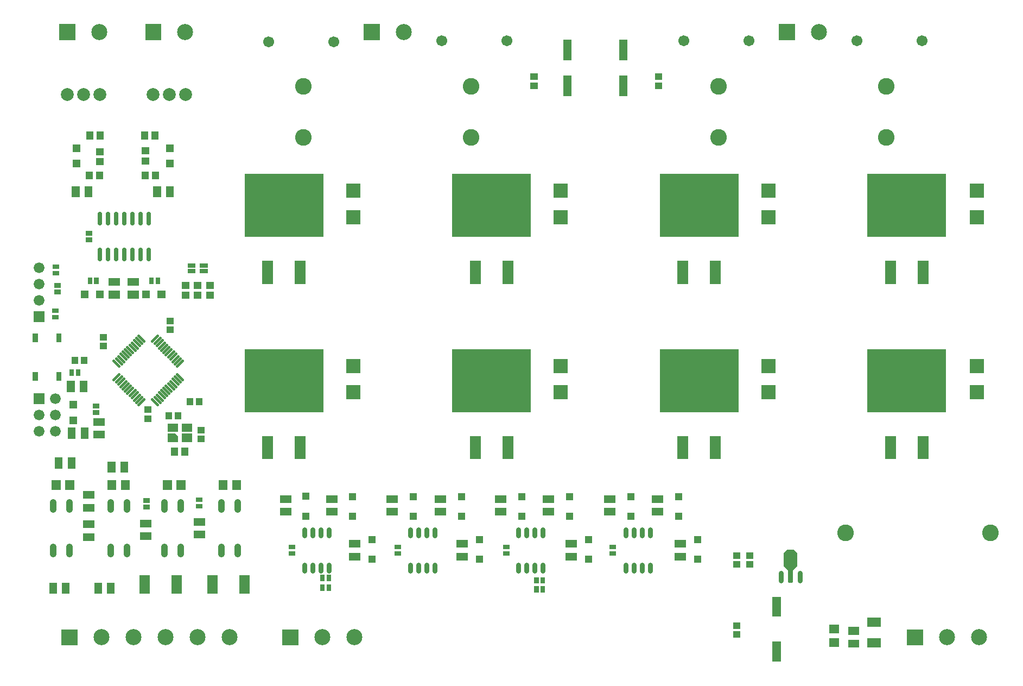
<source format=gts>
G04 Layer: TopSolderMaskLayer*
G04 EasyEDA v6.4.25, 2022-01-11T20:07:54+10:00*
G04 7104220f9c2d43f39f118c43d8da538e,d80d0e5f2d5a449f809f9e2067d82b7d,10*
G04 Gerber Generator version 0.2*
G04 Scale: 100 percent, Rotated: No, Reflected: No *
G04 Dimensions in millimeters *
G04 leading zeros omitted , absolute positions ,4 integer and 5 decimal *
%FSLAX45Y45*%
%MOMM*%

%ADD57C,1.0016*%
%ADD58C,0.8032*%
%ADD59C,0.4000*%
%ADD60C,0.6756*%
%ADD61C,0.8016*%
%ADD63C,1.7016*%
%ADD64C,1.6764*%
%ADD75C,2.5016*%
%ADD82C,2.6016*%
%ADD90C,2.0016*%

%LPD*%
D57*
X884402Y-7862686D02*
G01*
X884402Y-7972689D01*
X630402Y-7862686D02*
G01*
X630402Y-7972689D01*
X630402Y-8562687D02*
G01*
X630402Y-8672687D01*
X884402Y-8562687D02*
G01*
X884402Y-8672687D01*
D58*
X8267700Y-8382612D02*
G01*
X8267700Y-8290610D01*
X8140700Y-8382612D02*
G01*
X8140700Y-8290610D01*
X8013700Y-8382612D02*
G01*
X8013700Y-8290610D01*
X7886700Y-8382612D02*
G01*
X7886700Y-8290610D01*
X8267700Y-8930589D02*
G01*
X8267700Y-8838590D01*
X8140700Y-8930589D02*
G01*
X8140700Y-8838590D01*
X8013700Y-8930589D02*
G01*
X8013700Y-8838590D01*
X7886700Y-8930589D02*
G01*
X7886700Y-8838590D01*
D59*
X2171844Y-6256444D02*
G01*
X2256696Y-6341295D01*
X2207201Y-6221087D02*
G01*
X2292052Y-6305938D01*
X2242532Y-6185730D02*
G01*
X2327384Y-6270581D01*
X2277915Y-6150373D02*
G01*
X2362766Y-6235225D01*
X2313246Y-6115016D02*
G01*
X2398097Y-6199868D01*
X2348628Y-6079660D02*
G01*
X2433480Y-6164511D01*
X2383960Y-6044328D02*
G01*
X2468811Y-6129180D01*
X2419316Y-6008946D02*
G01*
X2504168Y-6093797D01*
X2454673Y-5973615D02*
G01*
X2539525Y-6058466D01*
X2490030Y-5938232D02*
G01*
X2574881Y-6023084D01*
X2525387Y-5902901D02*
G01*
X2610238Y-5987752D01*
X2560744Y-5867544D02*
G01*
X2645595Y-5952396D01*
X2560744Y-5740280D02*
G01*
X2645595Y-5655429D01*
X2525387Y-5704898D02*
G01*
X2610238Y-5620047D01*
X2490030Y-5669567D02*
G01*
X2574881Y-5584715D01*
X2454673Y-5634184D02*
G01*
X2539525Y-5549333D01*
X2419316Y-5598853D02*
G01*
X2504168Y-5514002D01*
X2383960Y-5563496D02*
G01*
X2468811Y-5478645D01*
X2348628Y-5528139D02*
G01*
X2433480Y-5443288D01*
X2313246Y-5492783D02*
G01*
X2398097Y-5407931D01*
X2277915Y-5457426D02*
G01*
X2362766Y-5372574D01*
X2242532Y-5422069D02*
G01*
X2327384Y-5337218D01*
X2207201Y-5386712D02*
G01*
X2292052Y-5301861D01*
X2171844Y-5351355D02*
G01*
X2256696Y-5266504D01*
X1959729Y-5266504D02*
G01*
X2044580Y-5351355D01*
X1924347Y-5301861D02*
G01*
X2009198Y-5386712D01*
X1889015Y-5337218D02*
G01*
X1973867Y-5422069D01*
X1853633Y-5372574D02*
G01*
X1938484Y-5457426D01*
X1818302Y-5407931D02*
G01*
X1903153Y-5492783D01*
X1782945Y-5443288D02*
G01*
X1867796Y-5528139D01*
X1747588Y-5478645D02*
G01*
X1832439Y-5563496D01*
X1712231Y-5514002D02*
G01*
X1797083Y-5598853D01*
X1676874Y-5549333D02*
G01*
X1761726Y-5634184D01*
X1641518Y-5584715D02*
G01*
X1726369Y-5669567D01*
X1606161Y-5620047D02*
G01*
X1691012Y-5704898D01*
X1570804Y-5655429D02*
G01*
X1655655Y-5740280D01*
X1570804Y-5952396D02*
G01*
X1655655Y-5867544D01*
X1606161Y-5987752D02*
G01*
X1691012Y-5902901D01*
X1641518Y-6023084D02*
G01*
X1726369Y-5938232D01*
X1676874Y-6058466D02*
G01*
X1761726Y-5973615D01*
X1712231Y-6093797D02*
G01*
X1797083Y-6008946D01*
X1747588Y-6129180D02*
G01*
X1832439Y-6044328D01*
X1782945Y-6164511D02*
G01*
X1867796Y-6079660D01*
X1818302Y-6199868D02*
G01*
X1903153Y-6115016D01*
X1853633Y-6235225D02*
G01*
X1938484Y-6150373D01*
X1889015Y-6270581D02*
G01*
X1973867Y-6185730D01*
X1924347Y-6305938D02*
G01*
X2009198Y-6221087D01*
X1959729Y-6341295D02*
G01*
X2044580Y-6256444D01*
D58*
X4927600Y-8382612D02*
G01*
X4927600Y-8290610D01*
X4800600Y-8382612D02*
G01*
X4800600Y-8290610D01*
X4673600Y-8382612D02*
G01*
X4673600Y-8290610D01*
X4546600Y-8382612D02*
G01*
X4546600Y-8290610D01*
X4927600Y-8930589D02*
G01*
X4927600Y-8838590D01*
X4800600Y-8930589D02*
G01*
X4800600Y-8838590D01*
X4673600Y-8930589D02*
G01*
X4673600Y-8838590D01*
X4546600Y-8930589D02*
G01*
X4546600Y-8838590D01*
X6578600Y-8382612D02*
G01*
X6578600Y-8290610D01*
X6451600Y-8382612D02*
G01*
X6451600Y-8290610D01*
X6324600Y-8382612D02*
G01*
X6324600Y-8290610D01*
X6197600Y-8382612D02*
G01*
X6197600Y-8290610D01*
X6578600Y-8930589D02*
G01*
X6578600Y-8838590D01*
X6451600Y-8930589D02*
G01*
X6451600Y-8838590D01*
X6324600Y-8930589D02*
G01*
X6324600Y-8838590D01*
X6197600Y-8930589D02*
G01*
X6197600Y-8838590D01*
X9944100Y-8382612D02*
G01*
X9944100Y-8290610D01*
X9817100Y-8382612D02*
G01*
X9817100Y-8290610D01*
X9690100Y-8382612D02*
G01*
X9690100Y-8290610D01*
X9563100Y-8382612D02*
G01*
X9563100Y-8290610D01*
X9944100Y-8930589D02*
G01*
X9944100Y-8838590D01*
X9817100Y-8930589D02*
G01*
X9817100Y-8838590D01*
X9690100Y-8930589D02*
G01*
X9690100Y-8838590D01*
X9563100Y-8930589D02*
G01*
X9563100Y-8838590D01*
D60*
X1351889Y-3924810D02*
G01*
X1351889Y-4071211D01*
X1478889Y-3924810D02*
G01*
X1478889Y-4071211D01*
X1605889Y-3924810D02*
G01*
X1605889Y-4071211D01*
X1732889Y-3924810D02*
G01*
X1732889Y-4071211D01*
X1859889Y-3924810D02*
G01*
X1859889Y-4071211D01*
X1986889Y-3924810D02*
G01*
X1986889Y-4071211D01*
X2113889Y-3924810D02*
G01*
X2113889Y-4071211D01*
X1351889Y-3370988D02*
G01*
X1351889Y-3517389D01*
X1478889Y-3370988D02*
G01*
X1478889Y-3517389D01*
X1605889Y-3370988D02*
G01*
X1605889Y-3517389D01*
X1732889Y-3370988D02*
G01*
X1732889Y-3517389D01*
X1859889Y-3370988D02*
G01*
X1859889Y-3517389D01*
X1986889Y-3370988D02*
G01*
X1986889Y-3517389D01*
X2113889Y-3370988D02*
G01*
X2113889Y-3517389D01*
D57*
X3255086Y-8672713D02*
G01*
X3255086Y-8562713D01*
X3509086Y-8672713D02*
G01*
X3509086Y-8562713D01*
X3509086Y-7972714D02*
G01*
X3509086Y-7862714D01*
X3255086Y-7972714D02*
G01*
X3255086Y-7862714D01*
X2362200Y-8672713D02*
G01*
X2362200Y-8562713D01*
X2616200Y-8672713D02*
G01*
X2616200Y-8562713D01*
X2616200Y-7972714D02*
G01*
X2616200Y-7862714D01*
X2362200Y-7972714D02*
G01*
X2362200Y-7862714D01*
X1777314Y-7862714D02*
G01*
X1777314Y-7972714D01*
X1523314Y-7862714D02*
G01*
X1523314Y-7972714D01*
X1523314Y-8562713D02*
G01*
X1523314Y-8672713D01*
X1777314Y-8562713D02*
G01*
X1777314Y-8672713D01*
D61*
X12278613Y-9082816D02*
G01*
X12278613Y-8962816D01*
X11978386Y-9082816D02*
G01*
X11978386Y-8962816D01*
G36*
X930402Y-2403855D02*
G01*
X930402Y-2283713D01*
X1050797Y-2283713D01*
X1050797Y-2403855D01*
G37*
G36*
X930402Y-2643886D02*
G01*
X930402Y-2523744D01*
X1050797Y-2523744D01*
X1050797Y-2643886D01*
G37*
D63*
G01*
X3987800Y-683412D03*
G01*
X5003800Y-683412D03*
G01*
X7708900Y-673404D03*
G01*
X6692900Y-673404D03*
G01*
X10464800Y-673404D03*
G01*
X11480800Y-673404D03*
G01*
X14185900Y-673404D03*
G01*
X13169900Y-673404D03*
D64*
G01*
X660400Y-6758508D03*
G01*
X406400Y-6758508D03*
G01*
X660400Y-6504508D03*
G01*
X406400Y-6504508D03*
G01*
X660400Y-6250508D03*
G36*
X322579Y-6334252D02*
G01*
X322579Y-6166612D01*
X490220Y-6166612D01*
X490220Y-6334252D01*
G37*
G36*
X5198363Y-6259576D02*
G01*
X5198363Y-6039104D01*
X5418836Y-6039104D01*
X5418836Y-6259576D01*
G37*
G36*
X5198363Y-5848095D02*
G01*
X5198363Y-5627623D01*
X5418836Y-5627623D01*
X5418836Y-5848095D01*
G37*
G36*
X3614165Y-3729481D02*
G01*
X3614165Y-2744470D01*
X4844034Y-2744470D01*
X4844034Y-3729481D01*
G37*
G36*
X4398009Y-4461510D02*
G01*
X4398009Y-4101337D01*
X4568190Y-4101337D01*
X4568190Y-4461510D01*
G37*
G36*
X3890009Y-4461510D02*
G01*
X3890009Y-4101337D01*
X4060190Y-4101337D01*
X4060190Y-4461510D01*
G37*
G36*
X10091165Y-6459981D02*
G01*
X10091165Y-5474970D01*
X11321034Y-5474970D01*
X11321034Y-6459981D01*
G37*
G36*
X10875009Y-7192010D02*
G01*
X10875009Y-6831837D01*
X11045190Y-6831837D01*
X11045190Y-7192010D01*
G37*
G36*
X10367009Y-7192010D02*
G01*
X10367009Y-6831837D01*
X10537190Y-6831837D01*
X10537190Y-7192010D01*
G37*
G36*
X815594Y-7669784D02*
G01*
X815594Y-7519670D01*
X955802Y-7519670D01*
X955802Y-7669784D01*
G37*
G36*
X605536Y-7669784D02*
G01*
X605536Y-7519670D01*
X745744Y-7519670D01*
X745744Y-7669784D01*
G37*
G36*
X1683257Y-7669784D02*
G01*
X1683257Y-7519670D01*
X1823465Y-7519670D01*
X1823465Y-7669784D01*
G37*
G36*
X1473200Y-7669784D02*
G01*
X1473200Y-7519670D01*
X1613407Y-7519670D01*
X1613407Y-7669784D01*
G37*
G36*
X2550668Y-7669784D02*
G01*
X2550668Y-7519670D01*
X2690875Y-7519670D01*
X2690875Y-7669784D01*
G37*
G36*
X2340609Y-7669784D02*
G01*
X2340609Y-7519670D01*
X2480818Y-7519670D01*
X2480818Y-7669784D01*
G37*
G36*
X3418331Y-7669784D02*
G01*
X3418331Y-7519670D01*
X3558540Y-7519670D01*
X3558540Y-7669784D01*
G37*
G36*
X3208274Y-7669784D02*
G01*
X3208274Y-7519670D01*
X3348481Y-7519670D01*
X3348481Y-7669784D01*
G37*
G36*
X2633218Y-6769354D02*
G01*
X2633218Y-6633971D01*
X2793745Y-6633971D01*
X2793745Y-6769354D01*
G37*
G36*
X2413254Y-6929373D02*
G01*
X2413254Y-6793992D01*
X2531618Y-6793992D01*
X2573527Y-6837934D01*
X2573527Y-6929373D01*
G37*
G36*
X2413254Y-6769354D02*
G01*
X2413254Y-6633971D01*
X2573527Y-6633971D01*
X2573527Y-6769354D01*
G37*
G36*
X2633218Y-6929373D02*
G01*
X2633218Y-6793992D01*
X2793745Y-6793992D01*
X2793745Y-6929373D01*
G37*
G36*
X1307592Y-2206497D02*
G01*
X1307592Y-2086102D01*
X1417828Y-2086102D01*
X1417828Y-2206497D01*
G37*
G36*
X1147571Y-2206497D02*
G01*
X1147571Y-2086102D01*
X1257807Y-2086102D01*
X1257807Y-2206497D01*
G37*
G36*
X5545581Y-8807958D02*
G01*
X5545581Y-8697721D01*
X5655818Y-8697721D01*
X5655818Y-8807958D01*
G37*
G36*
X5545581Y-8498078D02*
G01*
X5545581Y-8387842D01*
X5655818Y-8387842D01*
X5655818Y-8498078D01*
G37*
G36*
X9584181Y-7830312D02*
G01*
X9584181Y-7720076D01*
X9694418Y-7720076D01*
X9694418Y-7830312D01*
G37*
G36*
X9584181Y-8140445D02*
G01*
X9584181Y-8030210D01*
X9694418Y-8030210D01*
X9694418Y-8140445D01*
G37*
G36*
X1043178Y-6147562D02*
G01*
X1043178Y-5972302D01*
X1163573Y-5972302D01*
X1163573Y-6147562D01*
G37*
G36*
X843026Y-6147562D02*
G01*
X843026Y-5972302D01*
X963421Y-5972302D01*
X963421Y-6147562D01*
G37*
G36*
X322579Y-5051552D02*
G01*
X322579Y-4883912D01*
X490220Y-4883912D01*
X490220Y-5051552D01*
G37*
G01*
X406400Y-4713808D03*
G01*
X406400Y-4459808D03*
G01*
X406400Y-4205808D03*
G36*
X5473191Y-658368D02*
G01*
X5473191Y-408431D01*
X5723381Y-408431D01*
X5723381Y-658368D01*
G37*
D75*
G01*
X6098362Y-533425D03*
G36*
X11950191Y-658368D02*
G01*
X11950191Y-408431D01*
X12200381Y-408431D01*
X12200381Y-658368D01*
G37*
G01*
X12575362Y-533425D03*
G36*
X725170Y-658368D02*
G01*
X725170Y-408431D01*
X975360Y-408431D01*
X975360Y-658368D01*
G37*
G01*
X1350263Y-533425D03*
G36*
X2063241Y-658368D02*
G01*
X2063241Y-408431D01*
X2313431Y-408431D01*
X2313431Y-658368D01*
G37*
G01*
X2688386Y-533425D03*
G36*
X9462770Y-1530857D02*
G01*
X9462770Y-1210563D01*
X9583165Y-1210563D01*
X9583165Y-1530857D01*
G37*
G36*
X9462770Y-970787D02*
G01*
X9462770Y-650494D01*
X9583165Y-650494D01*
X9583165Y-970787D01*
G37*
G36*
X8074152Y-1419605D02*
G01*
X8074152Y-1319276D01*
X8184388Y-1319276D01*
X8184388Y-1419605D01*
G37*
G36*
X8074152Y-1279652D02*
G01*
X8074152Y-1179321D01*
X8184388Y-1179321D01*
X8184388Y-1279652D01*
G37*
G36*
X617473Y-4326889D02*
G01*
X617473Y-4256531D01*
X717804Y-4256531D01*
X717804Y-4326889D01*
G37*
G36*
X617473Y-4227068D02*
G01*
X617473Y-4156710D01*
X717804Y-4156710D01*
X717804Y-4227068D01*
G37*
G36*
X5246370Y-8570721D02*
G01*
X5246370Y-8450326D01*
X5421629Y-8450326D01*
X5421629Y-8570721D01*
G37*
G36*
X5246370Y-8770874D02*
G01*
X5246370Y-8650478D01*
X5421629Y-8650478D01*
X5421629Y-8770874D01*
G37*
G36*
X6922770Y-8570721D02*
G01*
X6922770Y-8450326D01*
X7098029Y-8450326D01*
X7098029Y-8570721D01*
G37*
G36*
X6922770Y-8770874D02*
G01*
X6922770Y-8650478D01*
X7098029Y-8650478D01*
X7098029Y-8770874D01*
G37*
G36*
X5956808Y-8595868D02*
G01*
X5956808Y-8525510D01*
X6057138Y-8525510D01*
X6057138Y-8595868D01*
G37*
G36*
X5956808Y-8695689D02*
G01*
X5956808Y-8625331D01*
X6057138Y-8625331D01*
X6057138Y-8695689D01*
G37*
G36*
X8589263Y-1530857D02*
G01*
X8589263Y-1210563D01*
X8709659Y-1210563D01*
X8709659Y-1530857D01*
G37*
G36*
X8589263Y-970787D02*
G01*
X8589263Y-650494D01*
X8709659Y-650494D01*
X8709659Y-970787D01*
G37*
G36*
X10018522Y-1419605D02*
G01*
X10018522Y-1319276D01*
X10129011Y-1319276D01*
X10129011Y-1419605D01*
G37*
G36*
X10018522Y-1279652D02*
G01*
X10018522Y-1179321D01*
X10129011Y-1179321D01*
X10129011Y-1279652D01*
G37*
G36*
X2053081Y-6609842D02*
G01*
X2053081Y-6509512D01*
X2163318Y-6509512D01*
X2163318Y-6609842D01*
G37*
G36*
X2053081Y-6469887D02*
G01*
X2053081Y-6369557D01*
X2163318Y-6369557D01*
X2163318Y-6469887D01*
G37*
G36*
X1354581Y-5339587D02*
G01*
X1354581Y-5239257D01*
X1464818Y-5239257D01*
X1464818Y-5339587D01*
G37*
G36*
X1354581Y-5479542D02*
G01*
X1354581Y-5379212D01*
X1464818Y-5379212D01*
X1464818Y-5479542D01*
G37*
G36*
X2395981Y-5225542D02*
G01*
X2395981Y-5125212D01*
X2506218Y-5125212D01*
X2506218Y-5225542D01*
G37*
G36*
X2395981Y-5085587D02*
G01*
X2395981Y-4985257D01*
X2506218Y-4985257D01*
X2506218Y-5085587D01*
G37*
G36*
X2711958Y-6354318D02*
G01*
X2711958Y-6244081D01*
X2812288Y-6244081D01*
X2812288Y-6354318D01*
G37*
G36*
X2851911Y-6354318D02*
G01*
X2851911Y-6244081D01*
X2952241Y-6244081D01*
X2952241Y-6354318D01*
G37*
G36*
X918463Y-5708650D02*
G01*
X918463Y-5598413D01*
X1018794Y-5598413D01*
X1018794Y-5708650D01*
G37*
G36*
X1058418Y-5708650D02*
G01*
X1058418Y-5598413D01*
X1158747Y-5598413D01*
X1158747Y-5708650D01*
G37*
G36*
X8624570Y-8570721D02*
G01*
X8624570Y-8450326D01*
X8799829Y-8450326D01*
X8799829Y-8570721D01*
G37*
G36*
X8624570Y-8770874D02*
G01*
X8624570Y-8650478D01*
X8799829Y-8650478D01*
X8799829Y-8770874D01*
G37*
G36*
X10326370Y-8570721D02*
G01*
X10326370Y-8450326D01*
X10501629Y-8450326D01*
X10501629Y-8570721D01*
G37*
G36*
X10326370Y-8770874D02*
G01*
X10326370Y-8650478D01*
X10501629Y-8650478D01*
X10501629Y-8770874D01*
G37*
G36*
X2521711Y-6570218D02*
G01*
X2521711Y-6459981D01*
X2622041Y-6459981D01*
X2622041Y-6570218D01*
G37*
G36*
X2381758Y-6570218D02*
G01*
X2381758Y-6459981D01*
X2482088Y-6459981D01*
X2482088Y-6570218D01*
G37*
G36*
X2878581Y-6927087D02*
G01*
X2878581Y-6827012D01*
X2988818Y-6827012D01*
X2988818Y-6927087D01*
G37*
G36*
X2878581Y-6787134D02*
G01*
X2878581Y-6686804D01*
X2988818Y-6686804D01*
X2988818Y-6787134D01*
G37*
G36*
X9309608Y-8595868D02*
G01*
X9309608Y-8525510D01*
X9409938Y-8525510D01*
X9409938Y-8595868D01*
G37*
G36*
X9309608Y-8695689D02*
G01*
X9309608Y-8625331D01*
X9409938Y-8625331D01*
X9409938Y-8695689D01*
G37*
G36*
X11235181Y-8883142D02*
G01*
X11235181Y-8782812D01*
X11345418Y-8782812D01*
X11345418Y-8883142D01*
G37*
G36*
X11235181Y-8743187D02*
G01*
X11235181Y-8642858D01*
X11345418Y-8642858D01*
X11345418Y-8743187D01*
G37*
G36*
X11440159Y-8883142D02*
G01*
X11440159Y-8782812D01*
X11550395Y-8782812D01*
X11550395Y-8883142D01*
G37*
G36*
X11440159Y-8743187D02*
G01*
X11440159Y-8642858D01*
X11550395Y-8642858D01*
X11550395Y-8743187D01*
G37*
G36*
X11843004Y-9647681D02*
G01*
X11843004Y-9337294D01*
X11983211Y-9337294D01*
X11983211Y-9647681D01*
G37*
G36*
X11841988Y-10347705D02*
G01*
X11841988Y-10037318D01*
X11982195Y-10037318D01*
X11982195Y-10347705D01*
G37*
G36*
X11235181Y-9975342D02*
G01*
X11235181Y-9875012D01*
X11345418Y-9875012D01*
X11345418Y-9975342D01*
G37*
G36*
X11235181Y-9835387D02*
G01*
X11235181Y-9735058D01*
X11345418Y-9735058D01*
X11345418Y-9835387D01*
G37*
G36*
X1137920Y-3706368D02*
G01*
X1137920Y-3636010D01*
X1238250Y-3636010D01*
X1238250Y-3706368D01*
G37*
G36*
X1137920Y-3806189D02*
G01*
X1137920Y-3735831D01*
X1238250Y-3735831D01*
X1238250Y-3806189D01*
G37*
G36*
X755142Y-10094468D02*
G01*
X755142Y-9844531D01*
X1005331Y-9844531D01*
X1005331Y-10094468D01*
G37*
G01*
X1380312Y-9969525D03*
G01*
X1880311Y-9969525D03*
G01*
X2380310Y-9969525D03*
G01*
X2880309Y-9969525D03*
G01*
X3380308Y-9969525D03*
G36*
X13945870Y-10094468D02*
G01*
X13945870Y-9844531D01*
X14196059Y-9844531D01*
X14196059Y-10094468D01*
G37*
G01*
X14570887Y-9969525D03*
G01*
X15070886Y-9969525D03*
G36*
X4200906Y-10094468D02*
G01*
X4200906Y-9844531D01*
X4451095Y-9844531D01*
X4451095Y-10094468D01*
G37*
G01*
X4826000Y-9969525D03*
G01*
X5325999Y-9969525D03*
G36*
X7221981Y-8807958D02*
G01*
X7221981Y-8697721D01*
X7332218Y-8697721D01*
X7332218Y-8807958D01*
G37*
G36*
X7221981Y-8498078D02*
G01*
X7221981Y-8387842D01*
X7332218Y-8387842D01*
X7332218Y-8498078D01*
G37*
G36*
X5198363Y-3529076D02*
G01*
X5198363Y-3308604D01*
X5418836Y-3308604D01*
X5418836Y-3529076D01*
G37*
G36*
X5198363Y-3117595D02*
G01*
X5198363Y-2897123D01*
X5418836Y-2897123D01*
X5418836Y-3117595D01*
G37*
G36*
X8436863Y-3529076D02*
G01*
X8436863Y-3308604D01*
X8657336Y-3308604D01*
X8657336Y-3529076D01*
G37*
G36*
X8436863Y-3117595D02*
G01*
X8436863Y-2897123D01*
X8657336Y-2897123D01*
X8657336Y-3117595D01*
G37*
G36*
X4516881Y-7824978D02*
G01*
X4516881Y-7714742D01*
X4627118Y-7714742D01*
X4627118Y-7824978D01*
G37*
G36*
X4516881Y-8134858D02*
G01*
X4516881Y-8024621D01*
X4627118Y-8024621D01*
X4627118Y-8134858D01*
G37*
G36*
X6193281Y-7830312D02*
G01*
X6193281Y-7720076D01*
X6303518Y-7720076D01*
X6303518Y-7830312D01*
G37*
G36*
X6193281Y-8140445D02*
G01*
X6193281Y-8030210D01*
X6303518Y-8030210D01*
X6303518Y-8140445D01*
G37*
G36*
X879602Y-6404355D02*
G01*
X879602Y-6284213D01*
X999997Y-6284213D01*
X999997Y-6404355D01*
G37*
G36*
X879602Y-6644386D02*
G01*
X879602Y-6524244D01*
X999997Y-6524244D01*
X999997Y-6644386D01*
G37*
G36*
X5245608Y-7830312D02*
G01*
X5245608Y-7720076D01*
X5355590Y-7720076D01*
X5355590Y-7830312D01*
G37*
G36*
X5245608Y-8140445D02*
G01*
X5245608Y-8030210D01*
X5355590Y-8030210D01*
X5355590Y-8140445D01*
G37*
G36*
X6942581Y-7830312D02*
G01*
X6942581Y-7720076D01*
X7052818Y-7720076D01*
X7052818Y-7830312D01*
G37*
G36*
X6942581Y-8140445D02*
G01*
X6942581Y-8030210D01*
X7052818Y-8030210D01*
X7052818Y-8140445D01*
G37*
G36*
X8436863Y-6259576D02*
G01*
X8436863Y-6039104D01*
X8657336Y-6039104D01*
X8657336Y-6259576D01*
G37*
G36*
X8436863Y-5848095D02*
G01*
X8436863Y-5627623D01*
X8657336Y-5627623D01*
X8657336Y-5848095D01*
G37*
G36*
X8923781Y-8807958D02*
G01*
X8923781Y-8697721D01*
X9034018Y-8697721D01*
X9034018Y-8807958D01*
G37*
G36*
X8923781Y-8498078D02*
G01*
X8923781Y-8387842D01*
X9034018Y-8387842D01*
X9034018Y-8498078D01*
G37*
G36*
X10625581Y-8807958D02*
G01*
X10625581Y-8697721D01*
X10735818Y-8697721D01*
X10735818Y-8807958D01*
G37*
G36*
X10625581Y-8498078D02*
G01*
X10625581Y-8387842D01*
X10735818Y-8387842D01*
X10735818Y-8498078D01*
G37*
G36*
X11675363Y-3529076D02*
G01*
X11675363Y-3308604D01*
X11895836Y-3308604D01*
X11895836Y-3529076D01*
G37*
G36*
X11675363Y-3117595D02*
G01*
X11675363Y-2897123D01*
X11895836Y-2897123D01*
X11895836Y-3117595D01*
G37*
G36*
X14926563Y-3529076D02*
G01*
X14926563Y-3308604D01*
X15147036Y-3308604D01*
X15147036Y-3529076D01*
G37*
G36*
X14926563Y-3117595D02*
G01*
X14926563Y-2897123D01*
X15147036Y-2897123D01*
X15147036Y-3117595D01*
G37*
G36*
X7882381Y-7830312D02*
G01*
X7882381Y-7720076D01*
X7992618Y-7720076D01*
X7992618Y-7830312D01*
G37*
G36*
X7882381Y-8140445D02*
G01*
X7882381Y-8030210D01*
X7992618Y-8030210D01*
X7992618Y-8140445D01*
G37*
G36*
X8631681Y-7830312D02*
G01*
X8631681Y-7720076D01*
X8741918Y-7720076D01*
X8741918Y-7830312D01*
G37*
G36*
X8631681Y-8140445D02*
G01*
X8631681Y-8030210D01*
X8741918Y-8030210D01*
X8741918Y-8140445D01*
G37*
G36*
X10333481Y-7830312D02*
G01*
X10333481Y-7720076D01*
X10443718Y-7720076D01*
X10443718Y-7830312D01*
G37*
G36*
X10333481Y-8140445D02*
G01*
X10333481Y-8030210D01*
X10443718Y-8030210D01*
X10443718Y-8140445D01*
G37*
G36*
X11675363Y-6259576D02*
G01*
X11675363Y-6039104D01*
X11895836Y-6039104D01*
X11895836Y-6259576D01*
G37*
G36*
X11675363Y-5848095D02*
G01*
X11675363Y-5627623D01*
X11895836Y-5627623D01*
X11895836Y-5848095D01*
G37*
G36*
X14926563Y-6259576D02*
G01*
X14926563Y-6039104D01*
X15147036Y-6039104D01*
X15147036Y-6259576D01*
G37*
G36*
X14926563Y-5848095D02*
G01*
X14926563Y-5627623D01*
X15147036Y-5627623D01*
X15147036Y-5848095D01*
G37*
G36*
X2390902Y-2403855D02*
G01*
X2390902Y-2283713D01*
X2511297Y-2283713D01*
X2511297Y-2403855D01*
G37*
G36*
X2390902Y-2643886D02*
G01*
X2390902Y-2523744D01*
X2511297Y-2523744D01*
X2511297Y-2643886D01*
G37*
D82*
G01*
X7150100Y-1378000D03*
G01*
X7150100Y-2177999D03*
G01*
X11010900Y-1378000D03*
G01*
X11010900Y-2177999D03*
G01*
X13627100Y-1378000D03*
G01*
X13627100Y-2177999D03*
G36*
X6852665Y-3729481D02*
G01*
X6852665Y-2744470D01*
X8082534Y-2744470D01*
X8082534Y-3729481D01*
G37*
G36*
X7636509Y-4461510D02*
G01*
X7636509Y-4101337D01*
X7806690Y-4101337D01*
X7806690Y-4461510D01*
G37*
G36*
X7128509Y-4461510D02*
G01*
X7128509Y-4101337D01*
X7298690Y-4101337D01*
X7298690Y-4461510D01*
G37*
G36*
X3614165Y-6459981D02*
G01*
X3614165Y-5474970D01*
X4844034Y-5474970D01*
X4844034Y-6459981D01*
G37*
G36*
X4398009Y-7192010D02*
G01*
X4398009Y-6831837D01*
X4568190Y-6831837D01*
X4568190Y-7192010D01*
G37*
G36*
X3890009Y-7192010D02*
G01*
X3890009Y-6831837D01*
X4060190Y-6831837D01*
X4060190Y-7192010D01*
G37*
G36*
X6852665Y-6459981D02*
G01*
X6852665Y-5474970D01*
X8082534Y-5474970D01*
X8082534Y-6459981D01*
G37*
G36*
X7636509Y-7192010D02*
G01*
X7636509Y-6831837D01*
X7806690Y-6831837D01*
X7806690Y-7192010D01*
G37*
G36*
X7128509Y-7192010D02*
G01*
X7128509Y-6831837D01*
X7298690Y-6831837D01*
X7298690Y-7192010D01*
G37*
G36*
X10091165Y-3729481D02*
G01*
X10091165Y-2744470D01*
X11321034Y-2744470D01*
X11321034Y-3729481D01*
G37*
G36*
X10875009Y-4461510D02*
G01*
X10875009Y-4101337D01*
X11045190Y-4101337D01*
X11045190Y-4461510D01*
G37*
G36*
X10367009Y-4461510D02*
G01*
X10367009Y-4101337D01*
X10537190Y-4101337D01*
X10537190Y-4461510D01*
G37*
G36*
X13329666Y-3729481D02*
G01*
X13329666Y-2744470D01*
X14559534Y-2744470D01*
X14559534Y-3729481D01*
G37*
G36*
X14113509Y-4461510D02*
G01*
X14113509Y-4101337D01*
X14283690Y-4101337D01*
X14283690Y-4461510D01*
G37*
G36*
X13605509Y-4461510D02*
G01*
X13605509Y-4101337D01*
X13775690Y-4101337D01*
X13775690Y-4461510D01*
G37*
G36*
X13329666Y-6459981D02*
G01*
X13329666Y-5474970D01*
X14559534Y-5474970D01*
X14559534Y-6459981D01*
G37*
G36*
X14113509Y-7192010D02*
G01*
X14113509Y-6831837D01*
X14283690Y-6831837D01*
X14283690Y-7192010D01*
G37*
G36*
X13605509Y-7192010D02*
G01*
X13605509Y-6831837D01*
X13775690Y-6831837D01*
X13775690Y-7192010D01*
G37*
G36*
X4166870Y-7872221D02*
G01*
X4166870Y-7751826D01*
X4342129Y-7751826D01*
X4342129Y-7872221D01*
G37*
G36*
X4166870Y-8072373D02*
G01*
X4166870Y-7951978D01*
X4342129Y-7951978D01*
X4342129Y-8072373D01*
G37*
G36*
X5830570Y-8072373D02*
G01*
X5830570Y-7951978D01*
X6005829Y-7951978D01*
X6005829Y-8072373D01*
G37*
G36*
X5830570Y-7872221D02*
G01*
X5830570Y-7751826D01*
X6005829Y-7751826D01*
X6005829Y-7872221D01*
G37*
G36*
X4791709Y-9092437D02*
G01*
X4791709Y-8992362D01*
X4862068Y-8992362D01*
X4862068Y-9092437D01*
G37*
G36*
X4891531Y-9092437D02*
G01*
X4891531Y-8992362D01*
X4961890Y-8992362D01*
X4961890Y-9092437D01*
G37*
G36*
X4791709Y-9244837D02*
G01*
X4791709Y-9144762D01*
X4862068Y-9144762D01*
X4862068Y-9244837D01*
G37*
G36*
X4891531Y-9244837D02*
G01*
X4891531Y-9144762D01*
X4961890Y-9144762D01*
X4961890Y-9244837D01*
G37*
G36*
X4890770Y-7872221D02*
G01*
X4890770Y-7751826D01*
X5066029Y-7751826D01*
X5066029Y-7872221D01*
G37*
G36*
X4890770Y-8072373D02*
G01*
X4890770Y-7951978D01*
X5066029Y-7951978D01*
X5066029Y-8072373D01*
G37*
G36*
X6579870Y-8072373D02*
G01*
X6579870Y-7951978D01*
X6755129Y-7951978D01*
X6755129Y-8072373D01*
G37*
G36*
X6579870Y-7872221D02*
G01*
X6579870Y-7751826D01*
X6755129Y-7751826D01*
X6755129Y-7872221D01*
G37*
G36*
X3013202Y-4694428D02*
G01*
X3013202Y-4584192D01*
X3133597Y-4584192D01*
X3133597Y-4694428D01*
G37*
G36*
X3013202Y-4534407D02*
G01*
X3013202Y-4424171D01*
X3133597Y-4424171D01*
X3133597Y-4534407D01*
G37*
G36*
X2822702Y-4694428D02*
G01*
X2822702Y-4584192D01*
X2943097Y-4584192D01*
X2943097Y-4694428D01*
G37*
G36*
X2822702Y-4534407D02*
G01*
X2822702Y-4424171D01*
X2943097Y-4424171D01*
X2943097Y-4534407D01*
G37*
G36*
X2632202Y-4694428D02*
G01*
X2632202Y-4584192D01*
X2752597Y-4584192D01*
X2752597Y-4694428D01*
G37*
G36*
X2632202Y-4534407D02*
G01*
X2632202Y-4424171D01*
X2752597Y-4424171D01*
X2752597Y-4534407D01*
G37*
G36*
X2628391Y-7134097D02*
G01*
X2628391Y-7013702D01*
X2738627Y-7013702D01*
X2738627Y-7134097D01*
G37*
G36*
X2468372Y-7134097D02*
G01*
X2468372Y-7013702D01*
X2578608Y-7013702D01*
X2578608Y-7134097D01*
G37*
G36*
X7519670Y-7872221D02*
G01*
X7519670Y-7751826D01*
X7694929Y-7751826D01*
X7694929Y-7872221D01*
G37*
G36*
X7519670Y-8072373D02*
G01*
X7519670Y-7951978D01*
X7694929Y-7951978D01*
X7694929Y-8072373D01*
G37*
G36*
X9221470Y-8072373D02*
G01*
X9221470Y-7951978D01*
X9396729Y-7951978D01*
X9396729Y-8072373D01*
G37*
G36*
X9221470Y-7872221D02*
G01*
X9221470Y-7751826D01*
X9396729Y-7751826D01*
X9396729Y-7872221D01*
G37*
G36*
X8131809Y-9130537D02*
G01*
X8131809Y-9030462D01*
X8202168Y-9030462D01*
X8202168Y-9130537D01*
G37*
G36*
X8231631Y-9130537D02*
G01*
X8231631Y-9030462D01*
X8301990Y-9030462D01*
X8301990Y-9130537D01*
G37*
G36*
X8131809Y-9270237D02*
G01*
X8131809Y-9170162D01*
X8202168Y-9170162D01*
X8202168Y-9270237D01*
G37*
G36*
X8231631Y-9270237D02*
G01*
X8231631Y-9170162D01*
X8301990Y-9170162D01*
X8301990Y-9270237D01*
G37*
G36*
X8268970Y-7872221D02*
G01*
X8268970Y-7751826D01*
X8444229Y-7751826D01*
X8444229Y-7872221D01*
G37*
G36*
X8268970Y-8072373D02*
G01*
X8268970Y-7951978D01*
X8444229Y-7951978D01*
X8444229Y-8072373D01*
G37*
G36*
X9970770Y-8072373D02*
G01*
X9970770Y-7951978D01*
X10146029Y-7951978D01*
X10146029Y-8072373D01*
G37*
G36*
X9970770Y-7872221D02*
G01*
X9970770Y-7751826D01*
X10146029Y-7751826D01*
X10146029Y-7872221D01*
G37*
G36*
X1119378Y-3110229D02*
G01*
X1119378Y-2934970D01*
X1239773Y-2934970D01*
X1239773Y-3110229D01*
G37*
G36*
X919226Y-3110229D02*
G01*
X919226Y-2934970D01*
X1039621Y-2934970D01*
X1039621Y-3110229D01*
G37*
G36*
X2189225Y-3110229D02*
G01*
X2189225Y-2934970D01*
X2309622Y-2934970D01*
X2309622Y-3110229D01*
G37*
G36*
X2389377Y-3110229D02*
G01*
X2389377Y-2934970D01*
X2509774Y-2934970D01*
X2509774Y-3110229D01*
G37*
G36*
X3530091Y-9291828D02*
G01*
X3530091Y-9001505D01*
X3690365Y-9001505D01*
X3690365Y-9291828D01*
G37*
G36*
X3030220Y-9291828D02*
G01*
X3030220Y-9001505D01*
X3190493Y-9001505D01*
X3190493Y-9291828D01*
G37*
G36*
X852678Y-7339329D02*
G01*
X852678Y-7164070D01*
X973073Y-7164070D01*
X973073Y-7339329D01*
G37*
G36*
X652526Y-7339329D02*
G01*
X652526Y-7164070D01*
X772921Y-7164070D01*
X772921Y-7339329D01*
G37*
G36*
X2858515Y-7959089D02*
G01*
X2858515Y-7888731D01*
X2958845Y-7888731D01*
X2958845Y-7959089D01*
G37*
G36*
X2858515Y-7859268D02*
G01*
X2858515Y-7788910D01*
X2958845Y-7788910D01*
X2958845Y-7859268D01*
G37*
G36*
X1998472Y-2206497D02*
G01*
X1998472Y-2086102D01*
X2108708Y-2086102D01*
X2108708Y-2206497D01*
G37*
G36*
X2158491Y-2206497D02*
G01*
X2158491Y-2086102D01*
X2268727Y-2086102D01*
X2268727Y-2206497D01*
G37*
G36*
X2476754Y-9291828D02*
G01*
X2476754Y-9001505D01*
X2637027Y-9001505D01*
X2637027Y-9291828D01*
G37*
G36*
X1976881Y-9291828D02*
G01*
X1976881Y-9001505D01*
X2137156Y-9001505D01*
X2137156Y-9291828D01*
G37*
G36*
X1478026Y-7402829D02*
G01*
X1478026Y-7227570D01*
X1598421Y-7227570D01*
X1598421Y-7402829D01*
G37*
G36*
X1678178Y-7402829D02*
G01*
X1678178Y-7227570D01*
X1798573Y-7227570D01*
X1798573Y-7402829D01*
G37*
G36*
X2032761Y-7971789D02*
G01*
X2032761Y-7901431D01*
X2132838Y-7901431D01*
X2132838Y-7971789D01*
G37*
G36*
X2032761Y-7871968D02*
G01*
X2032761Y-7801610D01*
X2132838Y-7801610D01*
X2132838Y-7871968D01*
G37*
G36*
X1468373Y-9292336D02*
G01*
X1468373Y-9117076D01*
X1588770Y-9117076D01*
X1588770Y-9292336D01*
G37*
G36*
X1268476Y-9292336D02*
G01*
X1268476Y-9117076D01*
X1388871Y-9117076D01*
X1388871Y-9292336D01*
G37*
G36*
X1982215Y-8453374D02*
G01*
X1982215Y-8332978D01*
X2157475Y-8332978D01*
X2157475Y-8453374D01*
G37*
G36*
X1982215Y-8253221D02*
G01*
X1982215Y-8132826D01*
X2157475Y-8132826D01*
X2157475Y-8253221D01*
G37*
G36*
X2820924Y-8427974D02*
G01*
X2820924Y-8307578D01*
X2996184Y-8307578D01*
X2996184Y-8427974D01*
G37*
G36*
X2820924Y-8227821D02*
G01*
X2820924Y-8107426D01*
X2996184Y-8107426D01*
X2996184Y-8227821D01*
G37*
G36*
X765047Y-9292336D02*
G01*
X765047Y-9117076D01*
X885444Y-9117076D01*
X885444Y-9292336D01*
G37*
G36*
X565150Y-9292336D02*
G01*
X565150Y-9117076D01*
X685545Y-9117076D01*
X685545Y-9292336D01*
G37*
G36*
X1093470Y-8008873D02*
G01*
X1093470Y-7888478D01*
X1268729Y-7888478D01*
X1268729Y-8008873D01*
G37*
G36*
X1093470Y-7808721D02*
G01*
X1093470Y-7688326D01*
X1268729Y-7688326D01*
X1268729Y-7808721D01*
G37*
G36*
X1093470Y-8265921D02*
G01*
X1093470Y-8145526D01*
X1268729Y-8145526D01*
X1268729Y-8265921D01*
G37*
G36*
X1093470Y-8466074D02*
G01*
X1093470Y-8345678D01*
X1268729Y-8345678D01*
X1268729Y-8466074D01*
G37*
G36*
X1494028Y-4688078D02*
G01*
X1494028Y-4567681D01*
X1669287Y-4567681D01*
X1669287Y-4688078D01*
G37*
G36*
X1494028Y-4487926D02*
G01*
X1494028Y-4367529D01*
X1669287Y-4367529D01*
X1669287Y-4487926D01*
G37*
G36*
X1786128Y-4688078D02*
G01*
X1786128Y-4567681D01*
X1961388Y-4567681D01*
X1961388Y-4688078D01*
G37*
G36*
X1786128Y-4487926D02*
G01*
X1786128Y-4367529D01*
X1961388Y-4367529D01*
X1961388Y-4487926D01*
G37*
G36*
X1266444Y-4463034D02*
G01*
X1266444Y-4362704D01*
X1336802Y-4362704D01*
X1336802Y-4463034D01*
G37*
G36*
X1166368Y-4463034D02*
G01*
X1166368Y-4362704D01*
X1236726Y-4362704D01*
X1236726Y-4463034D01*
G37*
G36*
X2124709Y-4463034D02*
G01*
X2124709Y-4362704D01*
X2195068Y-4362704D01*
X2195068Y-4463034D01*
G37*
G36*
X2224531Y-4463034D02*
G01*
X2224531Y-4362704D01*
X2294890Y-4362704D01*
X2294890Y-4463034D01*
G37*
G36*
X308355Y-5969000D02*
G01*
X308355Y-5830570D01*
X388620Y-5830570D01*
X388620Y-5969000D01*
G37*
G36*
X678434Y-5969000D02*
G01*
X678434Y-5830570D01*
X758444Y-5830570D01*
X758444Y-5969000D01*
G37*
G36*
X308355Y-5370829D02*
G01*
X308355Y-5232400D01*
X388620Y-5232400D01*
X388620Y-5370829D01*
G37*
G36*
X678434Y-5370829D02*
G01*
X678434Y-5232400D01*
X758444Y-5232400D01*
X758444Y-5370829D01*
G37*
G36*
X1058671Y-4682997D02*
G01*
X1058671Y-4562602D01*
X1179068Y-4562602D01*
X1179068Y-4682997D01*
G37*
G36*
X1298702Y-4682997D02*
G01*
X1298702Y-4562602D01*
X1419097Y-4562602D01*
X1419097Y-4682997D01*
G37*
G36*
X2257043Y-4682997D02*
G01*
X2257043Y-4562602D01*
X2377186Y-4562602D01*
X2377186Y-4682997D01*
G37*
G36*
X2017013Y-4682997D02*
G01*
X2017013Y-4562602D01*
X2137156Y-4562602D01*
X2137156Y-4682997D01*
G37*
G36*
X12739370Y-10119360D02*
G01*
X12739370Y-9979152D01*
X12889484Y-9979152D01*
X12889484Y-10119360D01*
G37*
G36*
X12739370Y-9909302D02*
G01*
X12739370Y-9769094D01*
X12889484Y-9769094D01*
X12889484Y-9909302D01*
G37*
G36*
X13028422Y-9928605D02*
G01*
X13028422Y-9808210D01*
X13203936Y-9808210D01*
X13203936Y-9928605D01*
G37*
G36*
X13028422Y-10128504D02*
G01*
X13028422Y-10008108D01*
X13203936Y-10008108D01*
X13203936Y-10128504D01*
G37*
G01*
X15252420Y-8343900D03*
G01*
X12992430Y-8343900D03*
G36*
X13331443Y-10123424D02*
G01*
X13331443Y-9983215D01*
X13541756Y-9983215D01*
X13541756Y-10123424D01*
G37*
G36*
X13331443Y-9803637D02*
G01*
X13331443Y-9663176D01*
X13541756Y-9663176D01*
X13541756Y-9803637D01*
G37*
G36*
X4305808Y-8595868D02*
G01*
X4305808Y-8525510D01*
X4406138Y-8525510D01*
X4406138Y-8595868D01*
G37*
G36*
X4305808Y-8695689D02*
G01*
X4305808Y-8625331D01*
X4406138Y-8625331D01*
X4406138Y-8695689D01*
G37*
G36*
X7645908Y-8595868D02*
G01*
X7645908Y-8525510D01*
X7746238Y-8525510D01*
X7746238Y-8595868D01*
G37*
G36*
X7645908Y-8695689D02*
G01*
X7645908Y-8625331D01*
X7746238Y-8625331D01*
X7746238Y-8695689D01*
G37*
G36*
X1258570Y-6670547D02*
G01*
X1258570Y-6550405D01*
X1433829Y-6550405D01*
X1433829Y-6670547D01*
G37*
G36*
X1258570Y-6870700D02*
G01*
X1258570Y-6750304D01*
X1433829Y-6750304D01*
X1433829Y-6870700D01*
G37*
G36*
X1055878Y-6871208D02*
G01*
X1055878Y-6695947D01*
X1176273Y-6695947D01*
X1176273Y-6871208D01*
G37*
G36*
X855726Y-6871208D02*
G01*
X855726Y-6695947D01*
X976121Y-6695947D01*
X976121Y-6871208D01*
G37*
G01*
X4533900Y-1378000D03*
G01*
X4533900Y-2177999D03*
G36*
X648462Y-4519168D02*
G01*
X648462Y-4448810D01*
X748537Y-4448810D01*
X748537Y-4519168D01*
G37*
G36*
X648462Y-4618989D02*
G01*
X648462Y-4548631D01*
X748537Y-4548631D01*
X748537Y-4618989D01*
G37*
G36*
X610362Y-5012689D02*
G01*
X610362Y-4942331D01*
X710437Y-4942331D01*
X710437Y-5012689D01*
G37*
G36*
X610362Y-4912868D02*
G01*
X610362Y-4842510D01*
X710437Y-4842510D01*
X710437Y-4912868D01*
G37*
G36*
X880110Y-5892037D02*
G01*
X880110Y-5791962D01*
X950468Y-5791962D01*
X950468Y-5892037D01*
G37*
G36*
X979931Y-5892037D02*
G01*
X979931Y-5791962D01*
X1050289Y-5791962D01*
X1050289Y-5892037D01*
G37*
G36*
X1245362Y-6398768D02*
G01*
X1245362Y-6328410D01*
X1345437Y-6328410D01*
X1345437Y-6398768D01*
G37*
G36*
X1245362Y-6498589D02*
G01*
X1245362Y-6428231D01*
X1345437Y-6428231D01*
X1345437Y-6498589D01*
G37*
G36*
X2917697Y-4206494D02*
G01*
X2917697Y-4136389D01*
X3038093Y-4136389D01*
X3038093Y-4206494D01*
G37*
G36*
X2917697Y-4296410D02*
G01*
X2917697Y-4226305D01*
X3038093Y-4226305D01*
X3038093Y-4296410D01*
G37*
G36*
X2727706Y-4206494D02*
G01*
X2727706Y-4136389D01*
X2848102Y-4136389D01*
X2848102Y-4206494D01*
G37*
G36*
X2727706Y-4296410D02*
G01*
X2727706Y-4226305D01*
X2848102Y-4226305D01*
X2848102Y-4296410D01*
G37*
G36*
X1298702Y-2611628D02*
G01*
X1298702Y-2501392D01*
X1419097Y-2501392D01*
X1419097Y-2611628D01*
G37*
G36*
X1298702Y-2451607D02*
G01*
X1298702Y-2341371D01*
X1419097Y-2341371D01*
X1419097Y-2451607D01*
G37*
G36*
X1134871Y-2828797D02*
G01*
X1134871Y-2708402D01*
X1245107Y-2708402D01*
X1245107Y-2828797D01*
G37*
G36*
X1294892Y-2828797D02*
G01*
X1294892Y-2708402D01*
X1405128Y-2708402D01*
X1405128Y-2828797D01*
G37*
G36*
X2171191Y-2828797D02*
G01*
X2171191Y-2708402D01*
X2281427Y-2708402D01*
X2281427Y-2828797D01*
G37*
G36*
X2011172Y-2828797D02*
G01*
X2011172Y-2708402D01*
X2121408Y-2708402D01*
X2121408Y-2828797D01*
G37*
G36*
X2009902Y-2598928D02*
G01*
X2009902Y-2488692D01*
X2130297Y-2488692D01*
X2130297Y-2598928D01*
G37*
G36*
X2009902Y-2438907D02*
G01*
X2009902Y-2328671D01*
X2130297Y-2328671D01*
X2130297Y-2438907D01*
G37*
G36*
X12106147Y-9116568D02*
G01*
X12087859Y-9098279D01*
X12087859Y-8928354D01*
X12058650Y-8896604D01*
X12058904Y-8896604D01*
X12021820Y-8859520D01*
X12021820Y-8657336D01*
X12078208Y-8600947D01*
X12178791Y-8600947D01*
X12235179Y-8657336D01*
X12235179Y-8859520D01*
X12169140Y-8928100D01*
X12169140Y-9098279D01*
X12150852Y-9116568D01*
G37*
D90*
G01*
X1355242Y-1511300D03*
G01*
X845235Y-1511300D03*
G01*
X1099235Y-1511300D03*
G01*
X2693390Y-1511300D03*
G01*
X2183384Y-1511300D03*
G01*
X2437384Y-1511300D03*
M02*

</source>
